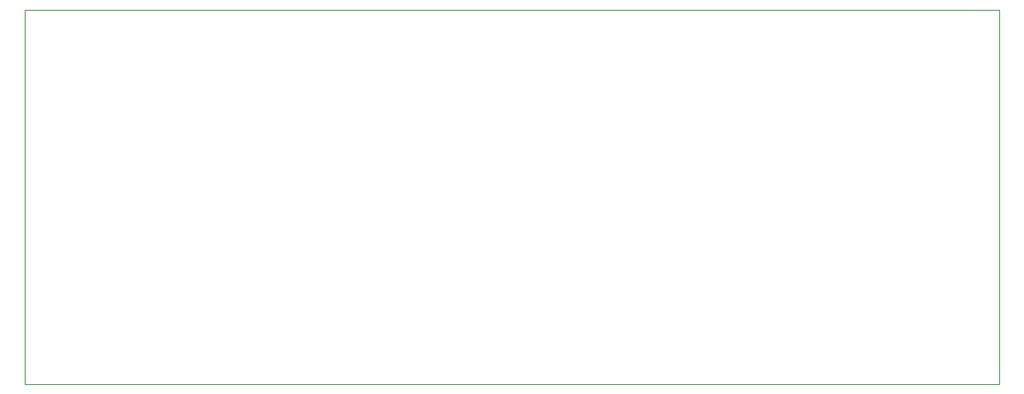
<source format=gbr>
%TF.GenerationSoftware,KiCad,Pcbnew,9.0.6*%
%TF.CreationDate,2026-01-29T23:50:48-08:00*%
%TF.ProjectId,PCB Warm-up,50434220-5761-4726-9d2d-75702e6b6963,rev?*%
%TF.SameCoordinates,Original*%
%TF.FileFunction,Profile,NP*%
%FSLAX46Y46*%
G04 Gerber Fmt 4.6, Leading zero omitted, Abs format (unit mm)*
G04 Created by KiCad (PCBNEW 9.0.6) date 2026-01-29 23:50:48*
%MOMM*%
%LPD*%
G01*
G04 APERTURE LIST*
%TA.AperFunction,Profile*%
%ADD10C,0.050000*%
%TD*%
G04 APERTURE END LIST*
D10*
X92500000Y-91000000D02*
X192500000Y-91000000D01*
X192500000Y-129500000D01*
X92500000Y-129500000D01*
X92500000Y-91000000D01*
M02*

</source>
